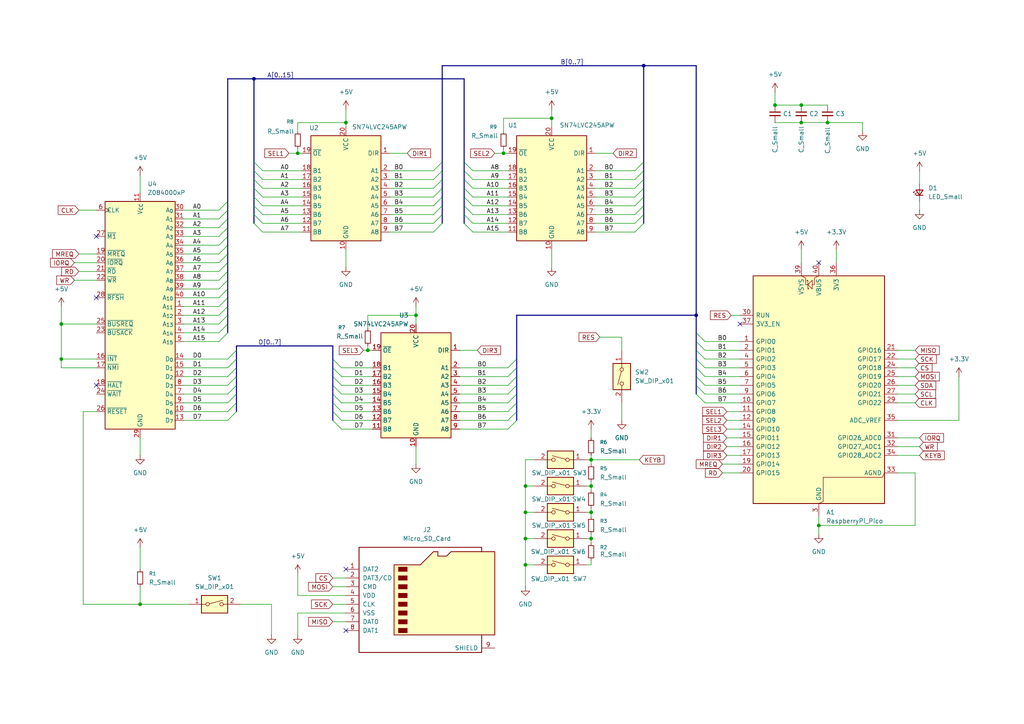
<source format=kicad_sch>
(kicad_sch (version 20250114) (generator "eeschema") (generator_version "9.0")
  (paper "A4")
  (title_block (title "Z80neo") (date "25/10/25") (rev "0.2") (company "Jauria Studios"))
  (lib_symbols
    (symbol "CPU:Z084000xP"
      (property "Reference" "U" (at -9.652 34.798 0))
      (property "Value" "Z084000xP" (at 3.81 34.798 0))
      (symbol "Z084000xP_1_1"
        (pin input clock (at -12.7 30.48 0) (length 2.54) (name "CLK") (number "6"))
        (pin output line (at -12.7 22.86 0) (length 2.54) (name "~{M1}") (number "27"))
        (pin tri_state line (at -12.7 17.78 0) (length 2.54) (name "~{MREQ}") (number "19"))
        (pin tri_state line (at -12.7 15.24 0) (length 2.54) (name "~{IORQ}") (number "20"))
        (pin tri_state line (at -12.7 12.7 0) (length 2.54) (name "~{RD}") (number "21"))
        (pin tri_state line (at -12.7 10.16 0) (length 2.54) (name "~{WR}") (number "22"))
        (pin output line (at -12.7 5.08 0) (length 2.54) (name "~{RFSH}") (number "28"))
        (pin input line (at -12.7 -2.54 0) (length 2.54) (name "~{BUSREQ}") (number "25"))
        (pin output line (at -12.7 -5.08 0) (length 2.54) (name "~{BUSACK}") (number "23"))
        (pin input line (at -12.7 -12.7 0) (length 2.54) (name "~{INT}") (number "16"))
        (pin input line (at -12.7 -15.24 0) (length 2.54) (name "~{NMI}") (number "17"))
        (pin output line (at -12.7 -20.32 0) (length 2.54) (name "~{HALT}") (number "18"))
        (pin input line (at -12.7 -22.86 0) (length 2.54) (name "~{WAIT}") (number "24"))
        (pin input line (at -12.7 -27.94 0) (length 2.54) (name "~{RESET}") (number "26"))
        (pin power_in line (at 0 35.56 270) (length 2.54) (name "V_{CC}") (number "11"))
        (pin power_in line (at 0 -35.56 90) (length 2.54) (name "GND") (number "29"))
        (pin tri_state line (at 12.7 30.48 180) (length 2.54) (name "A_{0}") (number "30"))
        (pin tri_state line (at 12.7 27.94 180) (length 2.54) (name "A_{1}") (number "31"))
        (pin tri_state line (at 12.7 25.4 180) (length 2.54) (name "A_{2}") (number "32"))
        (pin tri_state line (at 12.7 22.86 180) (length 2.54) (name "A_{3}") (number "33"))
        (pin tri_state line (at 12.7 20.32 180) (length 2.54) (name "A_{4}") (number "34"))
        (pin tri_state line (at 12.7 17.78 180) (length 2.54) (name "A_{5}") (number "35"))
        (pin tri_state line (at 12.7 15.24 180) (length 2.54) (name "A_{6}") (number "36"))
        (pin tri_state line (at 12.7 12.7 180) (length 2.54) (name "A_{7}") (number "37"))
        (pin tri_state line (at 12.7 10.16 180) (length 2.54) (name "A_{8}") (number "38"))
        (pin tri_state line (at 12.7 7.62 180) (length 2.54) (name "A_{9}") (number "39"))
        (pin tri_state line (at 12.7 5.08 180) (length 2.54) (name "A_{10}") (number "40"))
        (pin tri_state line (at 12.7 2.54 180) (length 2.54) (name "A_{11}") (number "1"))
        (pin tri_state line (at 12.7 0 180) (length 2.54) (name "A_{12}") (number "2"))
        (pin tri_state line (at 12.7 -2.54 180) (length 2.54) (name "A_{13}") (number "3"))
        (pin tri_state line (at 12.7 -5.08 180) (length 2.54) (name "A_{14}") (number "4"))
        (pin tri_state line (at 12.7 -7.62 180) (length 2.54) (name "A_{15}") (number "5"))
        (pin bidirectional line (at 12.7 -12.7 180) (length 2.54) (name "D_{0}") (number "14"))
        (pin bidirectional line (at 12.7 -15.24 180) (length 2.54) (name "D_{1}") (number "15"))
        (pin bidirectional line (at 12.7 -17.78 180) (length 2.54) (name "D_{2}") (number "12"))
        (pin bidirectional line (at 12.7 -20.32 180) (length 2.54) (name "D_{3}") (number "8"))
        (pin bidirectional line (at 12.7 -22.86 180) (length 2.54) (name "D_{4}") (number "7"))
        (pin bidirectional line (at 12.7 -25.4 180) (length 2.54) (name "D_{5}") (number "9"))
        (pin bidirectional line (at 12.7 -27.94 180) (length 2.54) (name "D_{6}") (number "10"))
        (pin bidirectional line (at 12.7 -30.48 180) (length 2.54) (name "D_{7}") (number "13"))
      )
    )
    (symbol "Connector:Micro_SD_Card" (pin_names (offset 1.016))
      (property "Reference" "J" (at -16.51 15.24 0))
      (property "Value" "Micro_SD_Card" (at 16.51 15.24 0))
      (symbol "Micro_SD_Card_1_1"
        (pin bidirectional line (at -22.86 7.62 0) (length 3.81) (name "DAT2") (number "1"))
        (pin bidirectional line (at -22.86 5.08 0) (length 3.81) (name "DAT3/CD") (number "2"))
        (pin input line (at -22.86 2.54 0) (length 3.81) (name "CMD") (number "3"))
        (pin power_in line (at -22.86 0 0) (length 3.81) (name "VDD") (number "4"))
        (pin input line (at -22.86 -2.54 0) (length 3.81) (name "CLK") (number "5"))
        (pin power_in line (at -22.86 -5.08 0) (length 3.81) (name "VSS") (number "6"))
        (pin bidirectional line (at -22.86 -7.62 0) (length 3.81) (name "DAT0") (number "7"))
        (pin bidirectional line (at -22.86 -10.16 0) (length 3.81) (name "DAT1") (number "8"))
        (pin passive line (at 20.32 -15.24 180) (length 3.81) (name "SHIELD") (number "9"))
      )
    )
    (symbol "Device:C_Small" (pin_numbers (hide yes)) (pin_names (offset 0.254) (hide yes))
      (property "Reference" "C" (at 0.254 1.778 0))
      (property "Value" "C_Small" (at 0.254 -2.032 0))
      (symbol "C_Small_1_1"
        (pin passive line (at 0 2.54 270) (length 2.032) (name "~") (number "1"))
        (pin passive line (at 0 -2.54 90) (length 2.032) (name "~") (number "2"))
      )
    )
    (symbol "Device:LED_Small" (pin_numbers (hide yes)) (pin_names (offset 0.254) (hide yes))
      (property "Reference" "D" (at -1.27 3.175 0))
      (property "Value" "LED_Small" (at -4.445 -2.54 0))
      (symbol "LED_Small_1_1"
        (pin passive line (at -2.54 0 0) (length 1.778) (name "K") (number "1"))
        (pin passive line (at 2.54 0 180) (length 1.778) (name "A") (number "2"))
      )
    )
    (symbol "Device:R_Small" (pin_numbers (hide yes)) (pin_names (offset 0.254) (hide yes))
      (property "Reference" "R" (at 0 0 90))
      (property "Value" "R_Small" (at 1.778 0 90))
      (symbol "R_Small_1_1"
        (pin passive line (at 0 2.54 270) (length 0.762) (name "~") (number "1"))
        (pin passive line (at 0 -2.54 90) (length 0.762) (name "~") (number "2"))
      )
    )
    (symbol "Logic_LevelTranslator:SN74LVC245APW"
      (property "Reference" "U" (at -10.16 17.78 0))
      (property "Value" "SN74LVC245APW" (at 10.16 17.78 0))
      (symbol "SN74LVC245APW_1_1"
        (pin input line (at -12.7 10.16 0) (length 2.54) (name "DIR") (number "1"))
        (pin bidirectional line (at -12.7 5.08 0) (length 2.54) (name "A1") (number "2"))
        (pin bidirectional line (at -12.7 2.54 0) (length 2.54) (name "A2") (number "3"))
        (pin bidirectional line (at -12.7 0 0) (length 2.54) (name "A3") (number "4"))
        (pin bidirectional line (at -12.7 -2.54 0) (length 2.54) (name "A4") (number "5"))
        (pin bidirectional line (at -12.7 -5.08 0) (length 2.54) (name "A5") (number "6"))
        (pin bidirectional line (at -12.7 -7.62 0) (length 2.54) (name "A6") (number "7"))
        (pin bidirectional line (at -12.7 -10.16 0) (length 2.54) (name "A7") (number "8"))
        (pin bidirectional line (at -12.7 -12.7 0) (length 2.54) (name "A8") (number "9"))
        (pin power_in line (at 0 17.78 270) (length 2.54) (name "VCC") (number "20"))
        (pin power_in line (at 0 -17.78 90) (length 2.54) (name "GND") (number "10"))
        (pin input line (at 12.7 10.16 180) (length 2.54) (name "~{OE}") (number "19"))
        (pin bidirectional line (at 12.7 5.08 180) (length 2.54) (name "B1") (number "18"))
        (pin bidirectional line (at 12.7 2.54 180) (length 2.54) (name "B2") (number "17"))
        (pin bidirectional line (at 12.7 0 180) (length 2.54) (name "B3") (number "16"))
        (pin bidirectional line (at 12.7 -2.54 180) (length 2.54) (name "B4") (number "15"))
        (pin bidirectional line (at 12.7 -5.08 180) (length 2.54) (name "B5") (number "14"))
        (pin bidirectional line (at 12.7 -7.62 180) (length 2.54) (name "B6") (number "13"))
        (pin bidirectional line (at 12.7 -10.16 180) (length 2.54) (name "B7") (number "12"))
        (pin bidirectional line (at 12.7 -12.7 180) (length 2.54) (name "B8") (number "11"))
      )
    )
    (symbol "MCU_Module:RaspberryPi_Pico" (pin_names (offset 0.762))
      (property "Reference" "A" (at -19.05 35.56 0))
      (property "Value" "RaspberryPi_Pico" (at 7.62 35.56 0))
      (symbol "RaspberryPi_Pico_1_1"
        (pin passive line (at -22.86 22.86 0) (length 3.81) (name "RUN") (number "30"))
        (pin passive line (at -22.86 20.32 0) (length 3.81) (name "3V3_EN") (number "37"))
        (pin bidirectional line (at -22.86 15.24 0) (length 3.81) (name "GPIO0") (number "1"))
        (pin bidirectional line (at -22.86 12.7 0) (length 3.81) (name "GPIO1") (number "2"))
        (pin bidirectional line (at -22.86 10.16 0) (length 3.81) (name "GPIO2") (number "4"))
        (pin bidirectional line (at -22.86 7.62 0) (length 3.81) (name "GPIO3") (number "5"))
        (pin bidirectional line (at -22.86 5.08 0) (length 3.81) (name "GPIO4") (number "6"))
        (pin bidirectional line (at -22.86 2.54 0) (length 3.81) (name "GPIO5") (number "7"))
        (pin bidirectional line (at -22.86 0 0) (length 3.81) (name "GPIO6") (number "9"))
        (pin bidirectional line (at -22.86 -2.54 0) (length 3.81) (name "GPIO7") (number "10"))
        (pin bidirectional line (at -22.86 -5.08 0) (length 3.81) (name "GPIO8") (number "11"))
        (pin bidirectional line (at -22.86 -7.62 0) (length 3.81) (name "GPIO9") (number "12"))
        (pin bidirectional line (at -22.86 -10.16 0) (length 3.81) (name "GPIO10") (number "14"))
        (pin bidirectional line (at -22.86 -12.7 0) (length 3.81) (name "GPIO11") (number "15"))
        (pin bidirectional line (at -22.86 -15.24 0) (length 3.81) (name "GPIO12") (number "16"))
        (pin bidirectional line (at -22.86 -17.78 0) (length 3.81) (name "GPIO13") (number "17"))
        (pin bidirectional line (at -22.86 -20.32 0) (length 3.81) (name "GPIO14") (number "19"))
        (pin bidirectional line (at -22.86 -22.86 0) (length 3.81) (name "GPIO15") (number "20"))
        (pin power_in line (at -5.08 38.1 270) (length 3.81) (name "VSYS") (number "39"))
        (pin power_out line (at 0 38.1 270) (length 3.81) (name "VBUS") (number "40"))
        (pin passive line (at 0 -35.56 90) (length 3.81) (hide yes) (name "GND") (number "13"))
        (pin passive line (at 0 -35.56 90) (length 3.81) (hide yes) (name "GND") (number "18"))
        (pin passive line (at 0 -35.56 90) (length 3.81) (hide yes) (name "GND") (number "23"))
        (pin passive line (at 0 -35.56 90) (length 3.81) (hide yes) (name "GND") (number "28"))
        (pin power_out line (at 0 -35.56 90) (length 3.81) (name "GND") (number "3"))
        (pin passive line (at 0 -35.56 90) (length 3.81) (hide yes) (name "GND") (number "38"))
        (pin passive line (at 0 -35.56 90) (length 3.81) (hide yes) (name "GND") (number "8"))
        (pin power_out line (at 5.08 38.1 270) (length 3.81) (name "3V3") (number "36"))
        (pin bidirectional line (at 22.86 12.7 180) (length 3.81) (name "GPIO16") (number "21"))
        (pin bidirectional line (at 22.86 10.16 180) (length 3.81) (name "GPIO17") (number "22"))
        (pin bidirectional line (at 22.86 7.62 180) (length 3.81) (name "GPIO18") (number "24"))
        (pin bidirectional line (at 22.86 5.08 180) (length 3.81) (name "GPIO19") (number "25"))
        (pin bidirectional line (at 22.86 2.54 180) (length 3.81) (name "GPIO20") (number "26"))
        (pin bidirectional line (at 22.86 0 180) (length 3.81) (name "GPIO21") (number "27"))
        (pin bidirectional line (at 22.86 -2.54 180) (length 3.81) (name "GPIO22") (number "29"))
        (pin power_in line (at 22.86 -7.62 180) (length 3.81) (name "ADC_VREF") (number "35"))
        (pin bidirectional line (at 22.86 -12.7 180) (length 3.81) (name "GPIO26_ADC0") (number "31"))
        (pin bidirectional line (at 22.86 -15.24 180) (length 3.81) (name "GPIO27_ADC1") (number "32"))
        (pin bidirectional line (at 22.86 -17.78 180) (length 3.81) (name "GPIO28_ADC2") (number "34"))
        (pin power_out line (at 22.86 -22.86 180) (length 3.81) (name "AGND") (number "33"))
      )
    )
    (symbol "Switch:SW_DIP_x01" (pin_names (offset 0) (hide yes))
      (property "Reference" "SW" (at 0 3.81 0))
      (property "Value" "SW_DIP_x01" (at 0 -3.81 0))
      (symbol "SW_DIP_x01_1_1"
        (pin passive line (at -7.62 0 0) (length 5.08) (name "~") (number "1"))
        (pin passive line (at 7.62 0 180) (length 5.08) (name "~") (number "2"))
      )
    )
    (symbol "power:+3.3V" (power) (pin_numbers (hide yes)) (pin_names (offset 0) (hide yes))
      (property "Value" "+3.3V" (at 0 3.556 0))
      (symbol "+3.3V_1_1"
        (pin power_in line (at 0 0 90) (length 0) (name "~") (number "1"))
      )
    )
    (symbol "power:+5V" (power) (pin_numbers (hide yes)) (pin_names (offset 0) (hide yes))
      (property "Value" "+5V" (at 0 3.556 0))
      (symbol "+5V_1_1"
        (pin power_in line (at 0 0 90) (length 0) (name "~") (number "1"))
      )
    )
    (symbol "power:GND" (power) (pin_numbers (hide yes)) (pin_names (offset 0) (hide yes))
      (property "Value" "GND" (at 0 -3.81 0))
      (symbol "GND_1_1"
        (pin power_in line (at 0 0 270) (length 0) (name "~") (number "1"))
      )
    )
  )
  (junction (at 152.4 163.83))
  (junction (at 171.45 148.59))
  (junction (at 240.03 35.56))
  (junction (at 152.4 156.21))
  (junction (at 201.93 91.44))
  (junction (at 86.36 44.45))
  (junction (at 17.78 93.98))
  (junction (at 73.66 22.86))
  (junction (at 17.78 104.14))
  (junction (at 237.49 152.4))
  (junction (at 40.64 175.26))
  (junction (at 232.41 30.48))
  (junction (at 171.45 156.21))
  (junction (at 171.45 133.35))
  (junction (at 120.65 91.44))
  (junction (at 152.4 148.59))
  (junction (at 171.45 140.97))
  (junction (at 152.4 140.97))
  (junction (at 100.33 35.56))
  (junction (at 106.68 101.6))
  (junction (at 232.41 35.56))
  (junction (at 146.05 44.45))
  (junction (at 224.79 30.48))
  (junction (at 186.69 19.05))
  (junction (at 160.02 34.29))
  (no_connect (at 27.94 68.58))
  (no_connect (at 27.94 111.76))
  (no_connect (at 214.63 93.98))
  (no_connect (at 100.33 165.1))
  (no_connect (at 27.94 86.36))
  (no_connect (at 100.33 182.88))
  (no_connect (at 237.49 76.2))
  (bus_entry (at 137.16 49.53) (size -2.54 -2.54))
  (bus_entry (at 147.32 121.92) (size 2.54 -2.54))
  (bus_entry (at 201.93 109.22) (size 2.54 2.54))
  (bus_entry (at 66.04 109.22) (size 2.54 -2.54))
  (bus_entry (at 63.5 78.74) (size 2.54 -2.54))
  (bus_entry (at 184.15 59.69) (size 2.54 -2.54))
  (bus_entry (at 63.5 96.52) (size 2.54 -2.54))
  (bus_entry (at 184.15 67.31) (size 2.54 -2.54))
  (bus_entry (at 125.73 64.77) (size 2.54 -2.54))
  (bus_entry (at 99.06 114.3) (size -2.54 -2.54))
  (bus_entry (at 147.32 119.38) (size 2.54 -2.54))
  (bus_entry (at 63.5 60.96) (size 2.54 -2.54))
  (bus_entry (at 63.5 99.06) (size 2.54 -2.54))
  (bus_entry (at 137.16 54.61) (size -2.54 -2.54))
  (bus_entry (at 201.93 111.76) (size 2.54 2.54))
  (bus_entry (at 76.2 52.07) (size -2.54 -2.54))
  (bus_entry (at 125.73 57.15) (size 2.54 -2.54))
  (bus_entry (at 184.15 62.23) (size 2.54 -2.54))
  (bus_entry (at 99.06 106.68) (size -2.54 -2.54))
  (bus_entry (at 99.06 124.46) (size -2.54 -2.54))
  (bus_entry (at 99.06 121.92) (size -2.54 -2.54))
  (bus_entry (at 201.93 106.68) (size 2.54 2.54))
  (bus_entry (at 125.73 59.69) (size 2.54 -2.54))
  (bus_entry (at 66.04 104.14) (size 2.54 -2.54))
  (bus_entry (at 137.16 62.23) (size -2.54 -2.54))
  (bus_entry (at 66.04 111.76) (size 2.54 -2.54))
  (bus_entry (at 201.93 101.6) (size 2.54 2.54))
  (bus_entry (at 63.5 73.66) (size 2.54 -2.54))
  (bus_entry (at 63.5 76.2) (size 2.54 -2.54))
  (bus_entry (at 147.32 116.84) (size 2.54 -2.54))
  (bus_entry (at 63.5 86.36) (size 2.54 -2.54))
  (bus_entry (at 201.93 96.52) (size 2.54 2.54))
  (bus_entry (at 63.5 91.44) (size 2.54 -2.54))
  (bus_entry (at 66.04 121.92) (size 2.54 -2.54))
  (bus_entry (at 76.2 57.15) (size -2.54 -2.54))
  (bus_entry (at 147.32 109.22) (size 2.54 -2.54))
  (bus_entry (at 66.04 116.84) (size 2.54 -2.54))
  (bus_entry (at 137.16 64.77) (size -2.54 -2.54))
  (bus_entry (at 76.2 59.69) (size -2.54 -2.54))
  (bus_entry (at 125.73 49.53) (size 2.54 -2.54))
  (bus_entry (at 125.73 67.31) (size 2.54 -2.54))
  (bus_entry (at 66.04 106.68) (size 2.54 -2.54))
  (bus_entry (at 137.16 59.69) (size -2.54 -2.54))
  (bus_entry (at 137.16 57.15) (size -2.54 -2.54))
  (bus_entry (at 63.5 68.58) (size 2.54 -2.54))
  (bus_entry (at 63.5 66.04) (size 2.54 -2.54))
  (bus_entry (at 125.73 62.23) (size 2.54 -2.54))
  (bus_entry (at 184.15 49.53) (size 2.54 -2.54))
  (bus_entry (at 99.06 119.38) (size -2.54 -2.54))
  (bus_entry (at 137.16 52.07) (size -2.54 -2.54))
  (bus_entry (at 63.5 88.9) (size 2.54 -2.54))
  (bus_entry (at 125.73 54.61) (size 2.54 -2.54))
  (bus_entry (at 125.73 52.07) (size 2.54 -2.54))
  (bus_entry (at 63.5 71.12) (size 2.54 -2.54))
  (bus_entry (at 201.93 114.3) (size 2.54 2.54))
  (bus_entry (at 201.93 99.06) (size 2.54 2.54))
  (bus_entry (at 147.32 124.46) (size 2.54 -2.54))
  (bus_entry (at 184.15 54.61) (size 2.54 -2.54))
  (bus_entry (at 66.04 119.38) (size 2.54 -2.54))
  (bus_entry (at 147.32 114.3) (size 2.54 -2.54))
  (bus_entry (at 147.32 111.76) (size 2.54 -2.54))
  (bus_entry (at 76.2 67.31) (size -2.54 -2.54))
  (bus_entry (at 66.04 114.3) (size 2.54 -2.54))
  (bus_entry (at 99.06 111.76) (size -2.54 -2.54))
  (bus_entry (at 76.2 54.61) (size -2.54 -2.54))
  (bus_entry (at 76.2 62.23) (size -2.54 -2.54))
  (bus_entry (at 63.5 93.98) (size 2.54 -2.54))
  (bus_entry (at 184.15 64.77) (size 2.54 -2.54))
  (bus_entry (at 63.5 63.5) (size 2.54 -2.54))
  (bus_entry (at 147.32 106.68) (size 2.54 -2.54))
  (bus_entry (at 99.06 116.84) (size -2.54 -2.54))
  (bus_entry (at 63.5 81.28) (size 2.54 -2.54))
  (bus_entry (at 76.2 49.53) (size -2.54 -2.54))
  (bus_entry (at 137.16 67.31) (size -2.54 -2.54))
  (bus_entry (at 63.5 83.82) (size 2.54 -2.54))
  (bus_entry (at 99.06 109.22) (size -2.54 -2.54))
  (bus_entry (at 76.2 64.77) (size -2.54 -2.54))
  (bus_entry (at 184.15 57.15) (size 2.54 -2.54))
  (bus_entry (at 201.93 104.14) (size 2.54 2.54))
  (bus_entry (at 184.15 52.07) (size 2.54 -2.54))
  (wire (pts (xy 53.34 106.68) (xy 66.04 106.68)))
  (wire (pts (xy 137.16 64.77) (xy 147.32 64.77)))
  (bus (pts (xy 134.62 59.69) (xy 134.62 62.23)))
  (bus (pts (xy 68.58 109.22) (xy 68.58 111.76)))
  (wire (pts (xy 232.41 72.39) (xy 232.41 76.2)))
  (bus (pts (xy 68.58 114.3) (xy 68.58 116.84)))
  (bus (pts (xy 186.69 46.99) (xy 186.69 49.53)))
  (wire (pts (xy 113.03 44.45) (xy 118.11 44.45)))
  (wire (pts (xy 204.47 116.84) (xy 214.63 116.84)))
  (wire (pts (xy 266.7 49.53) (xy 266.7 53.34)))
  (bus (pts (xy 186.69 52.07) (xy 186.69 54.61)))
  (wire (pts (xy 106.68 101.6) (xy 107.95 101.6)))
  (wire (pts (xy 99.06 121.92) (xy 107.95 121.92)))
  (wire (pts (xy 53.34 96.52) (xy 63.5 96.52)))
  (wire (pts (xy 76.2 64.77) (xy 87.63 64.77)))
  (wire (pts (xy 171.45 140.97) (xy 171.45 142.24)))
  (wire (pts (xy 17.78 104.14) (xy 27.94 104.14)))
  (bus (pts (xy 128.27 19.05) (xy 128.27 46.99)))
  (wire (pts (xy 133.35 109.22) (xy 147.32 109.22)))
  (wire (pts (xy 100.33 31.75) (xy 100.33 35.56)))
  (wire (pts (xy 133.35 124.46) (xy 147.32 124.46)))
  (wire (pts (xy 260.35 129.54) (xy 266.7 129.54)))
  (bus (pts (xy 149.86 119.38) (xy 149.86 121.92)))
  (wire (pts (xy 53.34 119.38) (xy 66.04 119.38)))
  (bus (pts (xy 128.27 49.53) (xy 128.27 52.07)))
  (bus (pts (xy 128.27 59.69) (xy 128.27 62.23)))
  (wire (pts (xy 170.18 156.21) (xy 171.45 156.21)))
  (wire (pts (xy 260.35 106.68) (xy 265.43 106.68)))
  (wire (pts (xy 27.94 73.66) (xy 22.86 73.66)))
  (bus (pts (xy 66.04 71.12) (xy 66.04 73.66)))
  (bus (pts (xy 134.62 57.15) (xy 134.62 59.69)))
  (wire (pts (xy 172.72 44.45) (xy 177.8 44.45)))
  (bus (pts (xy 186.69 54.61) (xy 186.69 57.15)))
  (bus (pts (xy 201.93 109.22) (xy 201.93 111.76)))
  (wire (pts (xy 53.34 99.06) (xy 63.5 99.06)))
  (bus (pts (xy 96.52 114.3) (xy 96.52 116.84)))
  (wire (pts (xy 265.43 137.16) (xy 265.43 152.4)))
  (wire (pts (xy 260.35 132.08) (xy 266.7 132.08)))
  (bus (pts (xy 66.04 58.42) (xy 66.04 22.86)))
  (wire (pts (xy 137.16 57.15) (xy 147.32 57.15)))
  (wire (pts (xy 204.47 101.6) (xy 214.63 101.6)))
  (bus (pts (xy 134.62 62.23) (xy 134.62 64.77)))
  (wire (pts (xy 76.2 49.53) (xy 87.63 49.53)))
  (bus (pts (xy 68.58 100.33) (xy 68.58 101.6)))
  (bus (pts (xy 73.66 46.99) (xy 73.66 49.53)))
  (wire (pts (xy 146.05 34.29) (xy 160.02 34.29)))
  (wire (pts (xy 113.03 62.23) (xy 125.73 62.23)))
  (wire (pts (xy 53.34 111.76) (xy 66.04 111.76)))
  (wire (pts (xy 17.78 93.98) (xy 27.94 93.98)))
  (wire (pts (xy 137.16 54.61) (xy 147.32 54.61)))
  (wire (pts (xy 224.79 35.56) (xy 232.41 35.56)))
  (wire (pts (xy 40.64 50.8) (xy 40.64 55.88)))
  (wire (pts (xy 160.02 34.29) (xy 160.02 36.83)))
  (wire (pts (xy 210.82 132.08) (xy 214.63 132.08)))
  (wire (pts (xy 204.47 106.68) (xy 214.63 106.68)))
  (wire (pts (xy 17.78 106.68) (xy 27.94 106.68)))
  (wire (pts (xy 86.36 177.8) (xy 100.33 177.8)))
  (bus (pts (xy 66.04 76.2) (xy 66.04 78.74)))
  (wire (pts (xy 133.35 106.68) (xy 147.32 106.68)))
  (bus (pts (xy 186.69 19.05) (xy 186.69 46.99)))
  (bus (pts (xy 149.86 111.76) (xy 149.86 114.3)))
  (bus (pts (xy 66.04 83.82) (xy 66.04 86.36)))
  (wire (pts (xy 171.45 147.32) (xy 171.45 148.59)))
  (bus (pts (xy 201.93 91.44) (xy 201.93 96.52)))
  (wire (pts (xy 152.4 140.97) (xy 152.4 133.35)))
  (wire (pts (xy 260.35 137.16) (xy 265.43 137.16)))
  (wire (pts (xy 100.33 35.56) (xy 100.33 36.83)))
  (wire (pts (xy 106.68 100.33) (xy 106.68 101.6)))
  (wire (pts (xy 100.33 172.72) (xy 86.36 172.72)))
  (bus (pts (xy 66.04 86.36) (xy 66.04 88.9)))
  (wire (pts (xy 171.45 133.35) (xy 170.18 133.35)))
  (bus (pts (xy 149.86 106.68) (xy 149.86 109.22)))
  (bus (pts (xy 96.52 116.84) (xy 96.52 119.38)))
  (wire (pts (xy 143.51 44.45) (xy 146.05 44.45)))
  (bus (pts (xy 73.66 22.86) (xy 73.66 46.99)))
  (wire (pts (xy 133.35 114.3) (xy 147.32 114.3)))
  (wire (pts (xy 120.65 129.54) (xy 120.65 134.62)))
  (bus (pts (xy 134.62 46.99) (xy 134.62 49.53)))
  (wire (pts (xy 204.47 109.22) (xy 214.63 109.22)))
  (bus (pts (xy 134.62 49.53) (xy 134.62 52.07)))
  (wire (pts (xy 99.06 114.3) (xy 107.95 114.3)))
  (wire (pts (xy 105.41 101.6) (xy 106.68 101.6)))
  (wire (pts (xy 53.34 83.82) (xy 63.5 83.82)))
  (wire (pts (xy 120.65 91.44) (xy 120.65 93.98)))
  (bus (pts (xy 68.58 101.6) (xy 68.58 104.14)))
  (wire (pts (xy 133.35 119.38) (xy 147.32 119.38)))
  (wire (pts (xy 24.13 175.26) (xy 40.64 175.26)))
  (wire (pts (xy 27.94 81.28) (xy 21.59 81.28)))
  (bus (pts (xy 128.27 52.07) (xy 128.27 54.61)))
  (wire (pts (xy 40.64 127) (xy 40.64 132.08)))
  (wire (pts (xy 154.94 156.21) (xy 152.4 156.21)))
  (wire (pts (xy 260.35 111.76) (xy 265.43 111.76)))
  (wire (pts (xy 171.45 132.08) (xy 171.45 133.35)))
  (wire (pts (xy 266.7 58.42) (xy 266.7 60.96)))
  (wire (pts (xy 171.45 133.35) (xy 171.45 134.62)))
  (wire (pts (xy 172.72 52.07) (xy 184.15 52.07)))
  (bus (pts (xy 96.52 109.22) (xy 96.52 111.76)))
  (wire (pts (xy 154.94 163.83) (xy 152.4 163.83)))
  (wire (pts (xy 86.36 43.18) (xy 86.36 44.45)))
  (wire (pts (xy 172.72 67.31) (xy 184.15 67.31)))
  (bus (pts (xy 201.93 106.68) (xy 201.93 109.22)))
  (wire (pts (xy 260.35 121.92) (xy 278.13 121.92)))
  (wire (pts (xy 237.49 149.86) (xy 237.49 152.4)))
  (wire (pts (xy 17.78 104.14) (xy 17.78 106.68)))
  (bus (pts (xy 186.69 59.69) (xy 186.69 62.23)))
  (wire (pts (xy 210.82 129.54) (xy 214.63 129.54)))
  (wire (pts (xy 146.05 44.45) (xy 147.32 44.45)))
  (bus (pts (xy 66.04 81.28) (xy 66.04 83.82)))
  (bus (pts (xy 149.86 114.3) (xy 149.86 116.84)))
  (wire (pts (xy 78.74 175.26) (xy 78.74 184.15)))
  (wire (pts (xy 260.35 114.3) (xy 265.43 114.3)))
  (bus (pts (xy 73.66 52.07) (xy 73.66 54.61)))
  (wire (pts (xy 210.82 124.46) (xy 214.63 124.46)))
  (wire (pts (xy 96.52 170.18) (xy 100.33 170.18)))
  (bus (pts (xy 73.66 62.23) (xy 73.66 64.77)))
  (wire (pts (xy 53.34 66.04) (xy 63.5 66.04)))
  (bus (pts (xy 96.52 111.76) (xy 96.52 114.3)))
  (wire (pts (xy 99.06 106.68) (xy 107.95 106.68)))
  (wire (pts (xy 154.94 133.35) (xy 152.4 133.35)))
  (wire (pts (xy 265.43 152.4) (xy 237.49 152.4)))
  (wire (pts (xy 180.34 97.79) (xy 180.34 101.6)))
  (wire (pts (xy 172.72 64.77) (xy 184.15 64.77)))
  (wire (pts (xy 83.82 44.45) (xy 86.36 44.45)))
  (wire (pts (xy 96.52 167.64) (xy 100.33 167.64)))
  (wire (pts (xy 113.03 49.53) (xy 125.73 49.53)))
  (bus (pts (xy 73.66 57.15) (xy 73.66 59.69)))
  (wire (pts (xy 260.35 127) (xy 266.7 127)))
  (wire (pts (xy 210.82 121.92) (xy 214.63 121.92)))
  (bus (pts (xy 66.04 66.04) (xy 66.04 68.58)))
  (wire (pts (xy 232.41 30.48) (xy 240.03 30.48)))
  (wire (pts (xy 171.45 124.46) (xy 171.45 127)))
  (wire (pts (xy 170.18 140.97) (xy 171.45 140.97)))
  (wire (pts (xy 40.64 158.75) (xy 40.64 165.1)))
  (wire (pts (xy 99.06 109.22) (xy 107.95 109.22)))
  (wire (pts (xy 53.34 93.98) (xy 63.5 93.98)))
  (wire (pts (xy 133.35 101.6) (xy 138.43 101.6)))
  (wire (pts (xy 204.47 114.3) (xy 214.63 114.3)))
  (bus (pts (xy 201.93 96.52) (xy 201.93 99.06)))
  (bus (pts (xy 73.66 54.61) (xy 73.66 57.15)))
  (wire (pts (xy 53.34 114.3) (xy 66.04 114.3)))
  (wire (pts (xy 152.4 163.83) (xy 152.4 156.21)))
  (wire (pts (xy 171.45 139.7) (xy 171.45 140.97)))
  (wire (pts (xy 113.03 64.77) (xy 125.73 64.77)))
  (wire (pts (xy 171.45 163.83) (xy 170.18 163.83)))
  (wire (pts (xy 232.41 35.56) (xy 240.03 35.56)))
  (wire (pts (xy 99.06 119.38) (xy 107.95 119.38)))
  (wire (pts (xy 237.49 152.4) (xy 237.49 154.94)))
  (wire (pts (xy 152.4 170.18) (xy 152.4 163.83)))
  (wire (pts (xy 171.45 133.35) (xy 185.42 133.35)))
  (wire (pts (xy 212.09 91.44) (xy 214.63 91.44)))
  (wire (pts (xy 27.94 60.96) (xy 22.86 60.96)))
  (wire (pts (xy 17.78 93.98) (xy 17.78 104.14)))
  (bus (pts (xy 66.04 58.42) (xy 66.04 60.96)))
  (wire (pts (xy 137.16 52.07) (xy 147.32 52.07)))
  (wire (pts (xy 27.94 78.74) (xy 22.86 78.74)))
  (wire (pts (xy 53.34 76.2) (xy 63.5 76.2)))
  (wire (pts (xy 69.85 175.26) (xy 78.74 175.26)))
  (wire (pts (xy 172.72 57.15) (xy 184.15 57.15)))
  (wire (pts (xy 154.94 148.59) (xy 152.4 148.59)))
  (bus (pts (xy 128.27 19.05) (xy 186.69 19.05)))
  (wire (pts (xy 24.13 119.38) (xy 24.13 175.26)))
  (wire (pts (xy 154.94 140.97) (xy 152.4 140.97)))
  (wire (pts (xy 172.72 49.53) (xy 184.15 49.53)))
  (bus (pts (xy 66.04 93.98) (xy 66.04 96.52)))
  (bus (pts (xy 68.58 100.33) (xy 96.52 100.33)))
  (wire (pts (xy 160.02 72.39) (xy 160.02 77.47)))
  (wire (pts (xy 86.36 44.45) (xy 87.63 44.45)))
  (wire (pts (xy 210.82 119.38) (xy 214.63 119.38)))
  (bus (pts (xy 66.04 88.9) (xy 66.04 91.44)))
  (bus (pts (xy 201.93 104.14) (xy 201.93 106.68)))
  (bus (pts (xy 68.58 116.84) (xy 68.58 119.38)))
  (bus (pts (xy 68.58 106.68) (xy 68.58 109.22)))
  (wire (pts (xy 260.35 101.6) (xy 265.43 101.6)))
  (wire (pts (xy 86.36 166.37) (xy 86.36 172.72)))
  (bus (pts (xy 201.93 111.76) (xy 201.93 114.3)))
  (wire (pts (xy 53.34 81.28) (xy 63.5 81.28)))
  (wire (pts (xy 260.35 116.84) (xy 265.43 116.84)))
  (wire (pts (xy 53.34 88.9) (xy 63.5 88.9)))
  (wire (pts (xy 76.2 59.69) (xy 87.63 59.69)))
  (bus (pts (xy 149.86 91.44) (xy 149.86 104.14)))
  (wire (pts (xy 171.45 156.21) (xy 171.45 154.94)))
  (wire (pts (xy 180.34 116.84) (xy 180.34 121.92)))
  (wire (pts (xy 106.68 95.25) (xy 106.68 91.44)))
  (bus (pts (xy 66.04 22.86) (xy 73.66 22.86)))
  (bus (pts (xy 128.27 57.15) (xy 128.27 59.69)))
  (wire (pts (xy 171.45 162.56) (xy 171.45 163.83)))
  (bus (pts (xy 96.52 106.68) (xy 96.52 109.22)))
  (wire (pts (xy 113.03 52.07) (xy 125.73 52.07)))
  (bus (pts (xy 96.52 119.38) (xy 96.52 121.92)))
  (wire (pts (xy 113.03 54.61) (xy 125.73 54.61)))
  (bus (pts (xy 73.66 49.53) (xy 73.66 52.07)))
  (bus (pts (xy 149.86 109.22) (xy 149.86 111.76)))
  (bus (pts (xy 96.52 100.33) (xy 96.52 104.14)))
  (bus (pts (xy 68.58 104.14) (xy 68.58 106.68)))
  (bus (pts (xy 186.69 19.05) (xy 201.93 19.05)))
  (wire (pts (xy 76.2 54.61) (xy 87.63 54.61)))
  (wire (pts (xy 172.72 62.23) (xy 184.15 62.23)))
  (bus (pts (xy 73.66 22.86) (xy 134.62 22.86)))
  (wire (pts (xy 146.05 43.18) (xy 146.05 44.45)))
  (bus (pts (xy 149.86 91.44) (xy 201.93 91.44)))
  (wire (pts (xy 113.03 67.31) (xy 125.73 67.31)))
  (wire (pts (xy 278.13 109.22) (xy 278.13 121.92)))
  (wire (pts (xy 204.47 111.76) (xy 214.63 111.76)))
  (bus (pts (xy 66.04 68.58) (xy 66.04 71.12)))
  (wire (pts (xy 86.36 38.1) (xy 86.36 35.56)))
  (wire (pts (xy 113.03 59.69) (xy 125.73 59.69)))
  (wire (pts (xy 76.2 62.23) (xy 87.63 62.23)))
  (bus (pts (xy 96.52 104.14) (xy 96.52 106.68)))
  (bus (pts (xy 128.27 54.61) (xy 128.27 57.15)))
  (wire (pts (xy 173.99 97.79) (xy 180.34 97.79)))
  (wire (pts (xy 53.34 68.58) (xy 63.5 68.58)))
  (wire (pts (xy 204.47 99.06) (xy 214.63 99.06)))
  (wire (pts (xy 214.63 134.62) (xy 209.55 134.62)))
  (wire (pts (xy 53.34 63.5) (xy 63.5 63.5)))
  (wire (pts (xy 171.45 156.21) (xy 171.45 157.48)))
  (wire (pts (xy 76.2 67.31) (xy 87.63 67.31)))
  (wire (pts (xy 133.35 116.84) (xy 147.32 116.84)))
  (bus (pts (xy 201.93 19.05) (xy 201.93 91.44)))
  (bus (pts (xy 201.93 99.06) (xy 201.93 101.6)))
  (wire (pts (xy 53.34 86.36) (xy 63.5 86.36)))
  (wire (pts (xy 137.16 62.23) (xy 147.32 62.23)))
  (wire (pts (xy 260.35 104.14) (xy 265.43 104.14)))
  (wire (pts (xy 96.52 180.34) (xy 100.33 180.34)))
  (wire (pts (xy 106.68 91.44) (xy 120.65 91.44)))
  (bus (pts (xy 128.27 46.99) (xy 128.27 49.53)))
  (wire (pts (xy 53.34 116.84) (xy 66.04 116.84)))
  (wire (pts (xy 171.45 148.59) (xy 171.45 149.86)))
  (wire (pts (xy 86.36 35.56) (xy 100.33 35.56)))
  (wire (pts (xy 152.4 156.21) (xy 152.4 148.59)))
  (wire (pts (xy 53.34 60.96) (xy 63.5 60.96)))
  (bus (pts (xy 68.58 111.76) (xy 68.58 114.3)))
  (wire (pts (xy 96.52 175.26) (xy 100.33 175.26)))
  (wire (pts (xy 27.94 119.38) (xy 24.13 119.38)))
  (wire (pts (xy 137.16 59.69) (xy 147.32 59.69)))
  (wire (pts (xy 76.2 52.07) (xy 87.63 52.07)))
  (wire (pts (xy 53.34 73.66) (xy 63.5 73.66)))
  (wire (pts (xy 250.19 38.1) (xy 250.19 35.56)))
  (wire (pts (xy 240.03 35.56) (xy 250.19 35.56)))
  (wire (pts (xy 53.34 121.92) (xy 66.04 121.92)))
  (wire (pts (xy 172.72 54.61) (xy 184.15 54.61)))
  (wire (pts (xy 137.16 49.53) (xy 147.32 49.53)))
  (bus (pts (xy 186.69 49.53) (xy 186.69 52.07)))
  (wire (pts (xy 53.34 71.12) (xy 63.5 71.12)))
  (bus (pts (xy 66.04 78.74) (xy 66.04 81.28)))
  (wire (pts (xy 99.06 111.76) (xy 107.95 111.76)))
  (wire (pts (xy 160.02 31.75) (xy 160.02 34.29)))
  (wire (pts (xy 99.06 124.46) (xy 107.95 124.46)))
  (wire (pts (xy 53.34 78.74) (xy 63.5 78.74)))
  (bus (pts (xy 149.86 116.84) (xy 149.86 119.38)))
  (wire (pts (xy 214.63 137.16) (xy 209.55 137.16)))
  (bus (pts (xy 128.27 62.23) (xy 128.27 64.77)))
  (bus (pts (xy 66.04 91.44) (xy 66.04 93.98)))
  (bus (pts (xy 134.62 52.07) (xy 134.62 54.61)))
  (bus (pts (xy 73.66 59.69) (xy 73.66 62.23)))
  (wire (pts (xy 99.06 116.84) (xy 107.95 116.84)))
  (wire (pts (xy 40.64 175.26) (xy 54.61 175.26)))
  (bus (pts (xy 66.04 60.96) (xy 66.04 63.5)))
  (bus (pts (xy 66.04 63.5) (xy 66.04 66.04)))
  (bus (pts (xy 201.93 101.6) (xy 201.93 104.14)))
  (wire (pts (xy 146.05 38.1) (xy 146.05 34.29)))
  (wire (pts (xy 17.78 88.9) (xy 17.78 93.98)))
  (wire (pts (xy 66.04 104.14) (xy 53.34 104.14)))
  (wire (pts (xy 224.79 30.48) (xy 232.41 30.48)))
  (wire (pts (xy 210.82 127) (xy 214.63 127)))
  (bus (pts (xy 66.04 73.66) (xy 66.04 76.2)))
  (wire (pts (xy 86.36 177.8) (xy 86.36 184.15)))
  (wire (pts (xy 152.4 148.59) (xy 152.4 140.97)))
  (wire (pts (xy 170.18 148.59) (xy 171.45 148.59)))
  (wire (pts (xy 133.35 111.76) (xy 147.32 111.76)))
  (wire (pts (xy 133.35 121.92) (xy 147.32 121.92)))
  (bus (pts (xy 134.62 54.61) (xy 134.62 57.15)))
  (wire (pts (xy 120.65 88.9) (xy 120.65 91.44)))
  (wire (pts (xy 260.35 109.22) (xy 265.43 109.22)))
  (wire (pts (xy 53.34 109.22) (xy 66.04 109.22)))
  (bus (pts (xy 149.86 104.14) (xy 149.86 106.68)))
  (wire (pts (xy 27.94 76.2) (xy 21.59 76.2)))
  (wire (pts (xy 53.34 91.44) (xy 63.5 91.44)))
  (wire (pts (xy 40.64 170.18) (xy 40.64 175.26)))
  (bus (pts (xy 186.69 57.15) (xy 186.69 59.69)))
  (wire (pts (xy 137.16 67.31) (xy 147.32 67.31)))
  (wire (pts (xy 100.33 72.39) (xy 100.33 77.47)))
  (wire (pts (xy 113.03 57.15) (xy 125.73 57.15)))
  (wire (pts (xy 172.72 59.69) (xy 184.15 59.69)))
  (bus (pts (xy 134.62 22.86) (xy 134.62 46.99)))
  (wire (pts (xy 76.2 57.15) (xy 87.63 57.15)))
  (wire (pts (xy 204.47 104.14) (xy 214.63 104.14)))
  (bus (pts (xy 186.69 62.23) (xy 186.69 64.77)))
  (wire (pts (xy 242.57 72.39) (xy 242.57 76.2)))
  (wire (pts (xy 224.79 26.67) (xy 224.79 30.48)))
  (label "B2" (at 114.3 54.61 0))
  (label "D7" (at 105.41 124.46 180))
  (label "A0" (at 55.88 60.96 0))
  (label "D5" (at 105.41 119.38 180))
  (label "A13" (at 144.78 62.23 180))
  (label "D5" (at 55.88 116.84 0))
  (label "D0" (at 55.88 104.14 0))
  (label "A10" (at 55.88 86.36 0))
  (label "A4" (at 55.88 71.12 0))
  (label "B0" (at 175.26 49.53 0))
  (label "B4" (at 114.3 59.69 0))
  (label "A12" (at 144.78 59.69 180))
  (label "A0" (at 83.82 49.53 180))
  (label "A11" (at 55.88 88.9 0))
  (label "B3" (at 175.26 57.15 0))
  (label "B2" (at 138.43 111.76 0))
  (label "B0" (at 114.3 49.53 0))
  (label "D4" (at 105.41 116.84 180))
  (label "A12" (at 55.88 91.44 0))
  (label "B[0..7]" (at 162.56 19.05 0))
  (label "D0" (at 105.41 106.68 180))
  (label "B3" (at 138.43 114.3 0))
  (label "B3" (at 210.82 106.68 180))
  (label "A1" (at 83.82 52.07 180))
  (label "A6" (at 55.88 76.2 0))
  (label "A8" (at 144.78 49.53 180))
  (label "A14" (at 144.78 64.77 180))
  (label "D1" (at 105.41 109.22 180))
  (label "A5" (at 83.82 62.23 180))
  (label "D2" (at 105.41 111.76 180))
  (label "B1" (at 175.26 52.07 0))
  (label "D6" (at 55.88 119.38 0))
  (label "D2" (at 55.88 109.22 0))
  (label "A3" (at 55.88 68.58 0))
  (label "D1" (at 55.88 106.68 0))
  (label "A5" (at 55.88 73.66 0))
  (label "B5" (at 210.82 111.76 180))
  (label "A15" (at 55.88 99.06 0))
  (label "A4" (at 83.82 59.69 180))
  (label "B2" (at 210.82 104.14 180))
  (label "B5" (at 175.26 62.23 0))
  (label "B7" (at 175.26 67.31 0))
  (label "B4" (at 210.82 109.22 180))
  (label "A2" (at 83.82 54.61 180))
  (label "B6" (at 138.43 121.92 0))
  (label "A8" (at 55.88 81.28 0))
  (label "B6" (at 210.82 114.3 180))
  (label "A1" (at 55.88 63.5 0))
  (label "B7" (at 114.3 67.31 0))
  (label "D6" (at 105.41 121.92 180))
  (label "A6" (at 83.82 64.77 180))
  (label "B6" (at 114.3 64.77 0))
  (label "A7" (at 83.82 67.31 180))
  (label "B4" (at 138.43 116.84 0))
  (label "D[0..7]" (at 74.93 100.33 0))
  (label "B2" (at 175.26 54.61 0))
  (label "D4" (at 55.88 114.3 0))
  (label "A11" (at 144.78 57.15 180))
  (label "A7" (at 55.88 78.74 0))
  (label "B3" (at 114.3 57.15 0))
  (label "A15" (at 144.78 67.31 180))
  (label "B5" (at 114.3 62.23 0))
  (label "A13" (at 55.88 93.98 0))
  (label "A10" (at 144.78 54.61 180))
  (label "B0" (at 138.43 106.68 0))
  (label "B1" (at 138.43 109.22 0))
  (label "B5" (at 138.43 119.38 0))
  (label "A3" (at 83.82 57.15 180))
  (label "B7" (at 138.43 124.46 0))
  (label "B6" (at 175.26 64.77 0))
  (label "A[0..15]" (at 77.47 22.86 0))
  (label "D3" (at 105.41 114.3 180))
  (label "B0" (at 210.82 99.06 180))
  (label "B1" (at 114.3 52.07 0))
  (label "A14" (at 55.88 96.52 0))
  (label "B4" (at 175.26 59.69 0))
  (label "A2" (at 55.88 66.04 0))
  (label "D7" (at 55.88 121.92 0))
  (label "D3" (at 55.88 111.76 0))
  (label "A9" (at 55.88 83.82 0))
  (label "A9" (at 144.78 52.07 180))
  (label "B1" (at 210.82 101.6 180))
  (label "B7" (at 210.82 116.84 180))
  (global_label "DIR2" (shape input) (at 210.82 129.54 180) (property "Intersheetrefs" "${INTERSHEET_REFS}" (effects (hide yes))))
  (global_label "RES" (shape input) (at 173.99 97.79 180) (property "Intersheetrefs" "${INTERSHEET_REFS}" (effects (hide yes))))
  (global_label "CLK" (shape input) (at 22.86 60.96 180) (property "Intersheetrefs" "${INTERSHEET_REFS}" (effects (hide yes))))
  (global_label "SCK" (shape input) (at 96.52 175.26 180) (property "Intersheetrefs" "${INTERSHEET_REFS}" (effects (hide yes))))
  (global_label "MISO" (shape input) (at 265.43 101.6 0) (property "Intersheetrefs" "${INTERSHEET_REFS}" (effects (hide yes))))
  (global_label "SEL2" (shape input) (at 210.82 121.92 180) (property "Intersheetrefs" "${INTERSHEET_REFS}" (effects (hide yes))))
  (global_label "DIR1" (shape input) (at 118.11 44.45 0) (property "Intersheetrefs" "${INTERSHEET_REFS}" (effects (hide yes))))
  (global_label "DIR3" (shape input) (at 138.43 101.6 0) (property "Intersheetrefs" "${INTERSHEET_REFS}" (effects (hide yes))))
  (global_label "MOSI" (shape input) (at 265.43 109.22 0) (property "Intersheetrefs" "${INTERSHEET_REFS}" (effects (hide yes))))
  (global_label "MISO" (shape input) (at 96.52 180.34 180) (property "Intersheetrefs" "${INTERSHEET_REFS}" (effects (hide yes))))
  (global_label "CS" (shape input) (at 265.43 106.68 0) (property "Intersheetrefs" "${INTERSHEET_REFS}" (effects (hide yes))))
  (global_label "SEL3" (shape input) (at 105.41 101.6 180) (property "Intersheetrefs" "${INTERSHEET_REFS}" (effects (hide yes))))
  (global_label "IORQ" (shape input) (at 21.59 76.2 180) (property "Intersheetrefs" "${INTERSHEET_REFS}" (effects (hide yes))))
  (global_label "SDA" (shape input) (at 265.43 111.76 0) (property "Intersheetrefs" "${INTERSHEET_REFS}" (effects (hide yes))))
  (global_label "DIR1" (shape input) (at 210.82 127 180) (property "Intersheetrefs" "${INTERSHEET_REFS}" (effects (hide yes))))
  (global_label "SCK" (shape input) (at 265.43 104.14 0) (property "Intersheetrefs" "${INTERSHEET_REFS}" (effects (hide yes))))
  (global_label "DIR3" (shape input) (at 210.82 132.08 180) (property "Intersheetrefs" "${INTERSHEET_REFS}" (effects (hide yes))))
  (global_label "SEL1" (shape input) (at 210.82 119.38 180) (property "Intersheetrefs" "${INTERSHEET_REFS}" (effects (hide yes))))
  (global_label "RD" (shape input) (at 209.55 137.16 180) (property "Intersheetrefs" "${INTERSHEET_REFS}" (effects (hide yes))))
  (global_label "SEL3" (shape input) (at 210.82 124.46 180) (property "Intersheetrefs" "${INTERSHEET_REFS}" (effects (hide yes))))
  (global_label "MREQ" (shape input) (at 209.55 134.62 180) (property "Intersheetrefs" "${INTERSHEET_REFS}" (effects (hide yes))))
  (global_label "WR" (shape input) (at 21.59 81.28 180) (property "Intersheetrefs" "${INTERSHEET_REFS}" (effects (hide yes))))
  (global_label "SEL2" (shape input) (at 143.51 44.45 180) (property "Intersheetrefs" "${INTERSHEET_REFS}" (effects (hide yes))))
  (global_label "MREQ" (shape input) (at 22.86 73.66 180) (property "Intersheetrefs" "${INTERSHEET_REFS}" (effects (hide yes))))
  (global_label "SEL1" (shape input) (at 83.82 44.45 180) (property "Intersheetrefs" "${INTERSHEET_REFS}" (effects (hide yes))))
  (global_label "SCL" (shape input) (at 265.43 114.3 0) (property "Intersheetrefs" "${INTERSHEET_REFS}" (effects (hide yes))))
  (global_label "DIR2" (shape input) (at 177.8 44.45 0) (property "Intersheetrefs" "${INTERSHEET_REFS}" (effects (hide yes))))
  (global_label "CLK" (shape input) (at 265.43 116.84 0) (property "Intersheetrefs" "${INTERSHEET_REFS}" (effects (hide yes))))
  (global_label "IORQ" (shape input) (at 266.7 127 0) (property "Intersheetrefs" "${INTERSHEET_REFS}" (effects (hide yes))))
  (global_label "RD" (shape input) (at 22.86 78.74 180) (property "Intersheetrefs" "${INTERSHEET_REFS}" (effects (hide yes))))
  (global_label "KEYB" (shape input) (at 185.42 133.35 0) (property "Intersheetrefs" "${INTERSHEET_REFS}" (effects (hide yes))))
  (global_label "RES" (shape input) (at 212.09 91.44 180) (property "Intersheetrefs" "${INTERSHEET_REFS}" (effects (hide yes))))
  (global_label "CS" (shape input) (at 96.52 167.64 180) (property "Intersheetrefs" "${INTERSHEET_REFS}" (effects (hide yes))))
  (global_label "WR" (shape input) (at 266.7 129.54 0) (property "Intersheetrefs" "${INTERSHEET_REFS}" (effects (hide yes))))
  (global_label "MOSI" (shape input) (at 96.52 170.18 180) (property "Intersheetrefs" "${INTERSHEET_REFS}" (effects (hide yes))))
  (global_label "KEYB" (shape input) (at 266.7 132.08 0) (property "Intersheetrefs" "${INTERSHEET_REFS}" (effects (hide yes))))
  (symbol (lib_id "Device:R_Small") (at 106.68 97.79 0) (unit 1)
    (property "Reference" "R7" (at 98.044 94.996 0) (effects (font (size 1.016 1.016)) (justify left)))
    (property "Value" "R_Small" (at 97.536 97.536 0) (effects (justify left)))
    (property "Description" "Resistor, small symbol" (effects (hide yes)))
  )
  (symbol (lib_id "Device:R_Small") (at 171.45 144.78 0) (unit 1)
    (property "Reference" "R4" (at 173.99 143.5099 0) (effects (font (size 1.016 1.016)) (justify left)))
    (property "Value" "R_Small" (at 173.99 146.0499 0) (effects (justify left)))
    (property "Description" "Resistor, small symbol" (effects (hide yes)))
  )
  (symbol (lib_id "power:GND") (at 86.36 184.15 0) (unit 1)
    (property "Reference" "#PWR017" (effects (hide yes)))
    (property "Value" "GND" (at 86.36 189.23 0))
    (property "Description" "Power symbol creates a global label with name \"GND\" , ground" (effects (hide yes)))
  )
  (symbol (lib_id "Device:R_Small") (at 40.64 167.64 0) (unit 1)
    (property "Reference" "R1" (at 43.18 166.3699 0) (effects (font (size 1.016 1.016)) (justify left)))
    (property "Value" "R_Small" (at 43.18 168.9099 0) (effects (justify left)))
    (property "Description" "Resistor, small symbol" (effects (hide yes)))
  )
  (symbol (lib_id "power:GND") (at 152.4 170.18 0) (mirror y) (unit 1)
    (property "Reference" "#PWR021" (effects (hide yes)))
    (property "Value" "GND" (at 152.4 175.26 0))
    (property "Description" "Power symbol creates a global label with name \"GND\" , ground" (effects (hide yes)))
  )
  (symbol (lib_id "power:+5V") (at 266.7 49.53 0) (unit 1)
    (property "Reference" "#PWR015" (effects (hide yes)))
    (property "Value" "+5V" (at 266.7 44.45 0))
    (property "Description" "Power symbol creates a global label with name \"+5V\"" (effects (hide yes)))
  )
  (symbol (lib_id "Device:C_Small") (at 240.03 33.02 0) (unit 1)
    (property "Reference" "C3" (at 242.316 33.02 0) (effects (justify left)))
    (property "Value" "C_Small" (at 240.03 36.83 90) (effects (justify right)))
    (property "Description" "Unpolarized capacitor, small symbol" (effects (hide yes)))
  )
  (symbol (lib_id "Device:R_Small") (at 171.45 152.4 0) (unit 1)
    (property "Reference" "R3" (at 173.99 151.1299 0) (effects (font (size 1.016 1.016)) (justify left)))
    (property "Value" "R_Small" (at 173.99 153.6699 0) (effects (justify left)))
    (property "Description" "Resistor, small symbol" (effects (hide yes)))
  )
  (symbol (lib_id "power:GND") (at 266.7 60.96 0) (unit 1)
    (property "Reference" "#PWR014" (effects (hide yes)))
    (property "Value" "GND" (at 266.7 66.04 0))
    (property "Description" "Power symbol creates a global label with name \"GND\" , ground" (effects (hide yes)))
  )
  (symbol (lib_id "Logic_LevelTranslator:SN74LVC245APW") (at 120.65 111.76 0) (mirror y) (unit 1)
    (property "Reference" "U3" (at 118.5067 91.44 0) (effects (justify left)))
    (property "Value" "SN74LVC245APW" (at 118.5067 93.98 0) (effects (justify left)))
    (property "Footprint" "Package_SO:TSSOP-20_4.4x6.5mm_P0.65mm" (effects (hide yes)))
    (property "Datasheet" "https://www.ti.com/lit/ds/scas218x/scas218x.pdf" (effects (hide yes)))
    (property "Description" "8-Bit Single-Supply Bus Transceiver With 5V tolerant input voltage and 3-State Outputs 24mA, TSSOP-20" (effects (hide yes)))
  )
  (symbol (lib_id "Switch:SW_DIP_x01") (at 162.56 148.59 0) (mirror y) (unit 1)
    (property "Reference" "SW5" (at 165.862 152.4 0) (effects (justify right)))
    (property "Value" "SW_DIP_x01" (at 154.178 152.4 0) (effects (justify right)))
    (property "Description" "1x DIP Switch, Single Pole Single Throw (SPST) switch, small symbol" (effects (hide yes)))
  )
  (symbol (lib_id "power:GND") (at 100.33 77.47 0) (unit 1)
    (property "Reference" "#PWR02" (effects (hide yes)))
    (property "Value" "GND" (at 100.33 82.55 0))
    (property "Description" "Power symbol creates a global label with name \"GND\" , ground" (effects (hide yes)))
  )
  (symbol (lib_id "Device:R_Small") (at 146.05 40.64 0) (unit 1)
    (property "Reference" "R9" (at 141.986 36.83 0) (effects (font (size 1.016 1.016)) (justify left)))
    (property "Value" "R_Small" (at 136.652 39.37 0) (effects (justify left)))
    (property "Description" "Resistor, small symbol" (effects (hide yes)))
  )
  (symbol (lib_id "power:+3.3V") (at 278.13 109.22 0) (unit 1)
    (property "Reference" "#PWR019" (effects (hide yes)))
    (property "Value" "+3.3V" (at 278.13 104.14 0))
    (property "Description" "Power symbol creates a global label with name \"+3.3V\"" (effects (hide yes)))
  )
  (symbol (lib_id "power:GND") (at 40.64 132.08 0) (unit 1)
    (property "Reference" "#PWR08" (effects (hide yes)))
    (property "Value" "GND" (at 40.64 137.16 0))
    (property "Description" "Power symbol creates a global label with name \"GND\" , ground" (effects (hide yes)))
  )
  (symbol (lib_id "power:+3.3V") (at 171.45 124.46 0) (unit 1)
    (property "Reference" "#PWR023" (effects (hide yes)))
    (property "Value" "+3.3V" (at 171.45 119.38 0))
    (property "Description" "Power symbol creates a global label with name \"+3.3V\"" (effects (hide yes)))
  )
  (symbol (lib_id "power:GND") (at 180.34 121.92 0) (mirror y) (unit 1)
    (property "Reference" "#PWR020" (effects (hide yes)))
    (property "Value" "GND" (at 180.34 127 0))
    (property "Description" "Power symbol creates a global label with name \"GND\" , ground" (effects (hide yes)))
  )
  (symbol (lib_id "CPU:Z084000xP") (at 40.64 91.44 0) (unit 1)
    (property "Reference" "U4" (at 42.7833 53.34 0) (effects (justify left)))
    (property "Value" "Z084000xP" (at 42.7833 55.88 0) (effects (justify left)))
    (property "Footprint" "Package_DIP:DIP-40_W15.24mm" (effects (hide yes)))
    (property "Datasheet" "https://archive.org/details/zilog-z-8400" (effects (hide yes)))
    (property "Description" "8-bit General Purpose Microprocessor, 8-bit data bus, 16-bit address bus, 4 / 6.17 / 8 MHz, DIP-40 (600 mil)" (effects (hide yes)))
  )
  (symbol (lib_id "Device:R_Small") (at 171.45 137.16 0) (unit 1)
    (property "Reference" "R5" (at 173.99 135.8899 0) (effects (font (size 1.016 1.016)) (justify left)))
    (property "Value" "R_Small" (at 173.99 138.4299 0) (effects (justify left)))
    (property "Description" "Resistor, small symbol" (effects (hide yes)))
  )
  (symbol (lib_id "power:GND") (at 160.02 77.47 0) (unit 1)
    (property "Reference" "#PWR03" (effects (hide yes)))
    (property "Value" "GND" (at 160.02 82.55 0))
    (property "Description" "Power symbol creates a global label with name \"GND\" , ground" (effects (hide yes)))
  )
  (symbol (lib_id "Switch:SW_DIP_x01") (at 162.56 140.97 0) (mirror y) (unit 1)
    (property "Reference" "SW4" (at 165.862 144.78 0) (effects (justify right)))
    (property "Value" "SW_DIP_x01" (at 154.178 144.78 0) (effects (justify right)))
    (property "Description" "1x DIP Switch, Single Pole Single Throw (SPST) switch, small symbol" (effects (hide yes)))
  )
  (symbol (lib_id "Logic_LevelTranslator:SN74LVC245APW") (at 160.02 54.61 0) (mirror y) (unit 1)
    (property "Reference" "U1" (at 150.114 36.322 0) (effects (justify left)))
    (property "Value" "SN74LVC245APW" (at 178.308 36.322 0) (effects (justify left)))
    (property "Footprint" "Package_SO:TSSOP-20_4.4x6.5mm_P0.65mm" (effects (hide yes)))
    (property "Datasheet" "https://www.ti.com/lit/ds/scas218x/scas218x.pdf" (effects (hide yes)))
    (property "Description" "8-Bit Single-Supply Bus Transceiver With 5V tolerant input voltage and 3-State Outputs 24mA, TSSOP-20" (effects (hide yes)))
  )
  (symbol (lib_id "power:GND") (at 237.49 154.94 0) (unit 1)
    (property "Reference" "#PWR013" (effects (hide yes)))
    (property "Value" "GND" (at 237.49 160.02 0))
    (property "Description" "Power symbol creates a global label with name \"GND\" , ground" (effects (hide yes)))
  )
  (symbol (lib_id "power:+5V") (at 100.33 31.75 0) (unit 1)
    (property "Reference" "#PWR04" (effects (hide yes)))
    (property "Value" "+5V" (at 100.33 26.67 0))
    (property "Description" "Power symbol creates a global label with name \"+5V\"" (effects (hide yes)))
  )
  (symbol (lib_id "Device:R_Small") (at 171.45 160.02 0) (unit 1)
    (property "Reference" "R2" (at 173.99 158.7499 0) (effects (font (size 1.016 1.016)) (justify left)))
    (property "Value" "R_Small" (at 173.99 160.782 0) (effects (justify left)))
    (property "Description" "Resistor, small symbol" (effects (hide yes)))
  )
  (symbol (lib_id "Switch:SW_DIP_x01") (at 62.23 175.26 0) (unit 1)
    (property "Reference" "SW1" (at 62.23 167.64 0))
    (property "Value" "SW_DIP_x01" (at 62.23 170.18 0))
    (property "Description" "1x DIP Switch, Single Pole Single Throw (SPST) switch, small symbol" (effects (hide yes)))
  )
  (symbol (lib_id "power:+5V") (at 40.64 158.75 0) (unit 1)
    (property "Reference" "#PWR011" (effects (hide yes)))
    (property "Value" "+5V" (at 40.64 153.67 0))
    (property "Description" "Power symbol creates a global label with name \"+5V\"" (effects (hide yes)))
  )
  (symbol (lib_id "Connector:Micro_SD_Card") (at 123.19 172.72 0) (unit 1)
    (property "Reference" "J2" (at 123.825 153.67 0))
    (property "Value" "Micro_SD_Card" (at 123.825 156.21 0))
    (property "Datasheet" "https://www.we-online.com/components/products/datasheet/693072010801.pdf" (effects (hide yes)))
    (property "Description" "Micro SD Card Socket" (effects (hide yes)))
  )
  (symbol (lib_id "MCU_Module:RaspberryPi_Pico") (at 237.49 114.3 0) (unit 1)
    (property "Reference" "A1" (at 239.6333 148.59 0) (effects (justify left)))
    (property "Value" "RaspberryPi_Pico" (at 239.6333 151.13 0) (effects (justify left)))
    (property "Footprint" "Module:RaspberryPi_Pico_Common_Unspecified" (effects (hide yes)))
    (property "Datasheet" "https://datasheets.raspberrypi.com/pico/pico-datasheet.pdf" (effects (hide yes)))
    (property "Description" "Versatile and inexpensive microcontroller module powered by RP2040 dual-core Arm Cortex-M0+ processor up to 133 MHz, 264kB SRAM, 2MB QSPI flash; also supports Raspberry Pi Pico 2" (effects (hide yes)))
  )
  (symbol (lib_id "Device:R_Small") (at 171.45 129.54 0) (unit 1)
    (property "Reference" "R6" (at 173.99 128.2699 0) (effects (font (size 1.016 1.016)) (justify left)))
    (property "Value" "R_Small" (at 173.99 130.8099 0) (effects (justify left)))
    (property "Description" "Resistor, small symbol" (effects (hide yes)))
  )
  (symbol (lib_id "power:+5V") (at 224.79 26.67 0) (unit 1)
    (property "Reference" "#PWR07" (effects (hide yes)))
    (property "Value" "+5V" (at 224.79 21.59 0))
    (property "Description" "Power symbol creates a global label with name \"+5V\"" (effects (hide yes)))
  )
  (symbol (lib_id "power:+5V") (at 232.41 72.39 0) (unit 1)
    (property "Reference" "#PWR012" (effects (hide yes)))
    (property "Value" "+5V" (at 232.41 67.31 0))
    (property "Description" "Power symbol creates a global label with name \"+5V\"" (effects (hide yes)))
  )
  (symbol (lib_id "Switch:SW_DIP_x01") (at 162.56 133.35 0) (mirror y) (unit 1)
    (property "Reference" "SW3" (at 166.116 137.16 0) (effects (justify right)))
    (property "Value" "SW_DIP_x01" (at 154.178 137.16 0) (effects (justify right)))
    (property "Description" "1x DIP Switch, Single Pole Single Throw (SPST) switch, small symbol" (effects (hide yes)))
  )
  (symbol (lib_id "power:+5V") (at 17.78 88.9 0) (unit 1)
    (property "Reference" "#PWR024" (effects (hide yes)))
    (property "Value" "+5V" (at 17.78 83.82 0))
    (property "Description" "Power symbol creates a global label with name \"+5V\"" (effects (hide yes)))
  )
  (symbol (lib_id "Switch:SW_DIP_x01") (at 162.56 156.21 0) (mirror y) (unit 1)
    (property "Reference" "SW6" (at 165.862 160.02 0) (effects (justify right)))
    (property "Value" "SW_DIP_x01" (at 153.924 160.02 0) (effects (justify right)))
    (property "Description" "1x DIP Switch, Single Pole Single Throw (SPST) switch, small symbol" (effects (hide yes)))
  )
  (symbol (lib_id "power:GND") (at 120.65 134.62 0) (unit 1)
    (property "Reference" "#PWR01" (effects (hide yes)))
    (property "Value" "GND" (at 120.65 139.7 0))
    (property "Description" "Power symbol creates a global label with name \"GND\" , ground" (effects (hide yes)))
  )
  (symbol (lib_id "Device:LED_Small") (at 266.7 55.88 90) (unit 1)
    (property "Reference" "D1" (at 269.24 54.5464 90) (effects (justify right)))
    (property "Value" "LED_Small" (at 269.24 57.0864 90) (effects (justify right)))
    (property "Description" "Light emitting diode, small symbol" (effects (hide yes)))
    (property "Sim.Pin" "1=K 2=A" (effects (hide yes)))
  )
  (symbol (lib_id "Device:C_Small") (at 224.79 33.02 0) (unit 1)
    (property "Reference" "C1" (at 227.076 33.02 0) (effects (justify left)))
    (property "Value" "C_Small" (at 224.79 36.576 90) (effects (justify right)))
    (property "Description" "Unpolarized capacitor, small symbol" (effects (hide yes)))
  )
  (symbol (lib_id "power:+5V") (at 40.64 50.8 0) (unit 1)
    (property "Reference" "#PWR09" (effects (hide yes)))
    (property "Value" "+5V" (at 40.64 45.72 0))
    (property "Description" "Power symbol creates a global label with name \"+5V\"" (effects (hide yes)))
  )
  (symbol (lib_id "power:+5V") (at 160.02 31.75 0) (unit 1)
    (property "Reference" "#PWR05" (effects (hide yes)))
    (property "Value" "+5V" (at 160.02 26.67 0))
    (property "Description" "Power symbol creates a global label with name \"+5V\"" (effects (hide yes)))
  )
  (symbol (lib_id "power:GND") (at 78.74 184.15 0) (unit 1)
    (property "Reference" "#PWR010" (effects (hide yes)))
    (property "Value" "GND" (at 78.74 189.23 0))
    (property "Description" "Power symbol creates a global label with name \"GND\" , ground" (effects (hide yes)))
  )
  (symbol (lib_id "power:+5V") (at 120.65 88.9 0) (unit 1)
    (property "Reference" "#PWR018" (effects (hide yes)))
    (property "Value" "+5V" (at 120.65 83.82 0))
    (property "Description" "Power symbol creates a global label with name \"+5V\"" (effects (hide yes)))
  )
  (symbol (lib_id "Switch:SW_DIP_x01") (at 180.34 109.22 90) (mirror x) (unit 1)
    (property "Reference" "SW2" (at 184.15 107.9499 90) (effects (justify right)))
    (property "Value" "SW_DIP_x01" (at 184.15 110.4899 90) (effects (justify right)))
    (property "Description" "1x DIP Switch, Single Pole Single Throw (SPST) switch, small symbol" (effects (hide yes)))
  )
  (symbol (lib_id "Device:C_Small") (at 232.41 33.02 0) (unit 1)
    (property "Reference" "C2" (at 234.696 33.02 0) (effects (justify left)))
    (property "Value" "C_Small" (at 232.41 36.576 90) (effects (justify right)))
    (property "Description" "Unpolarized capacitor, small symbol" (effects (hide yes)))
  )
  (symbol (lib_id "power:GND") (at 250.19 38.1 0) (unit 1)
    (property "Reference" "#PWR06" (effects (hide yes)))
    (property "Value" "GND" (at 250.19 43.18 0))
    (property "Description" "Power symbol creates a global label with name \"GND\" , ground" (effects (hide yes)))
  )
  (symbol (lib_id "Switch:SW_DIP_x01") (at 162.56 163.83 0) (mirror y) (unit 1)
    (property "Reference" "SW7" (at 166.116 167.894 0) (effects (justify right)))
    (property "Value" "SW_DIP_x01" (at 153.924 167.894 0) (effects (justify right)))
    (property "Description" "1x DIP Switch, Single Pole Single Throw (SPST) switch, small symbol" (effects (hide yes)))
  )
  (symbol (lib_id "power:+3.3V") (at 242.57 72.39 0) (unit 1)
    (property "Reference" "#PWR022" (effects (hide yes)))
    (property "Value" "+3.3V" (at 242.57 67.31 0))
    (property "Description" "Power symbol creates a global label with name \"+3.3V\"" (effects (hide yes)))
  )
  (symbol (lib_id "Logic_LevelTranslator:SN74LVC245APW") (at 100.33 54.61 0) (mirror y) (unit 1)
    (property "Reference" "U2" (at 92.456 37.084 0) (effects (justify left)))
    (property "Value" "SN74LVC245APW" (at 118.11 36.83 0) (effects (justify left)))
    (property "Footprint" "Package_SO:TSSOP-20_4.4x6.5mm_P0.65mm" (effects (hide yes)))
    (property "Datasheet" "https://www.ti.com/lit/ds/scas218x/scas218x.pdf" (effects (hide yes)))
    (property "Description" "8-Bit Single-Supply Bus Transceiver With 5V tolerant input voltage and 3-State Outputs 24mA, TSSOP-20" (effects (hide yes)))
  )
  (symbol (lib_id "Device:R_Small") (at 86.36 40.64 0) (unit 1)
    (property "Reference" "R8" (at 83.058 35.306 0) (effects (font (size 1.016 1.016)) (justify left)))
    (property "Value" "R_Small" (at 77.47 38.1 0) (effects (justify left)))
    (property "Description" "Resistor, small symbol" (effects (hide yes)))
  )
  (symbol (lib_id "power:+5V") (at 86.36 166.37 0) (unit 1)
    (property "Reference" "#PWR016" (effects (hide yes)))
    (property "Value" "+5V" (at 86.36 161.29 0))
    (property "Description" "Power symbol creates a global label with name \"+5V\"" (effects (hide yes)))
  )
)
</source>
